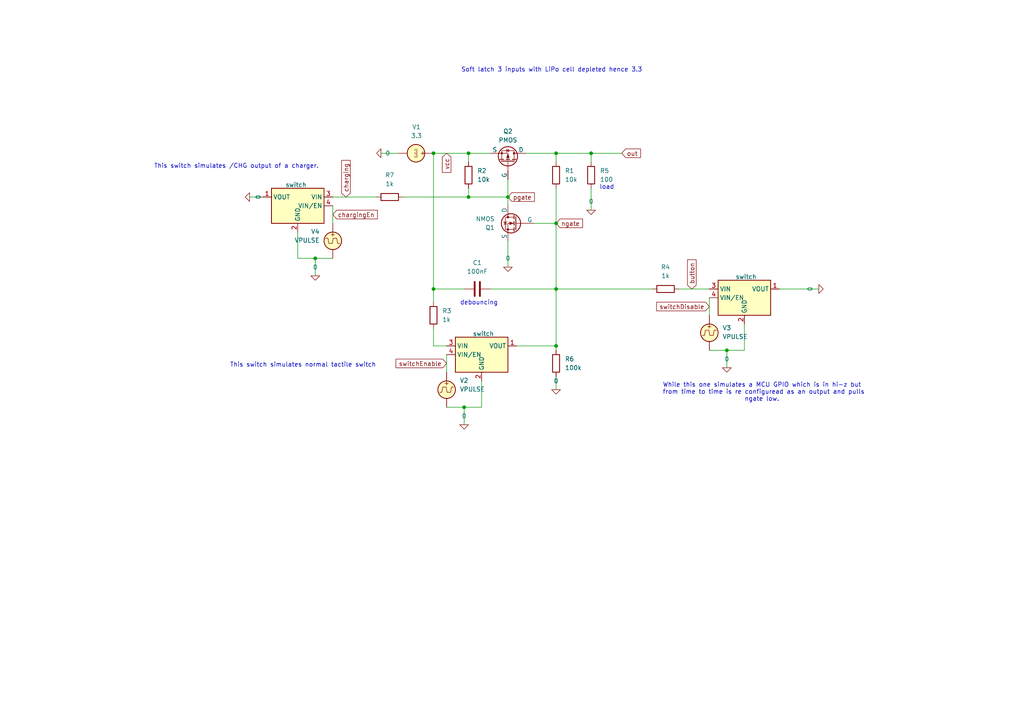
<source format=kicad_sch>
(kicad_sch (version 20230819) (generator eeschema)
  (paper "A4")
  (lib_symbols
    (symbol "Device:C" (pin_numbers hide) (pin_names (offset 0.254))
      (property "Reference" "C" (at 0.635 2.54 0))
      (property "Value" "C" (at 0.635 -2.54 0))
      (symbol "C_0_1"
        (polyline (pts (xy -2.032 -0.762) (xy 2.032 -0.762)) (stroke (width 0.508)))
        (polyline (pts (xy -2.032 0.762) (xy 2.032 0.762)) (stroke (width 0.508)))
      )
      (symbol "C_1_1"
        (pin passive line (at 0 3.81 270) (length 2.794) (name "~") (number "1"))
        (pin passive line (at 0 -3.81 90) (length 2.794) (name "~") (number "2"))
      )
    )
    (symbol "Device:R" (pin_numbers hide) (pin_names (offset 0))
      (property "Reference" "R" (at 2.032 0 90))
      (property "Value" "R" (at 0 0 90))
      (symbol "R_0_1"
        (rectangle (start -1.016 -2.54) (end 1.016 2.54) (stroke (width 0.254)))
      )
      (symbol "R_1_1"
        (pin passive line (at 0 3.81 270) (length 1.27) (name "~") (number "1"))
        (pin passive line (at 0 -3.81 90) (length 1.27) (name "~") (number "2"))
      )
    )
    (symbol "Power_Management:RT9701"
      (property "Reference" "U" (at 0 6.35 0))
      (property "Value" "RT9701" (at 5.08 -6.35 0))
      (symbol "RT9701_0_1"
        (rectangle (start -7.62 5.08) (end 7.62 -5.08) (stroke (width 0.254)) (fill (type background)))
      )
      (symbol "RT9701_1_1"
        (pin power_out line (at 10.16 2.54 180) (length 2.54) (name "VOUT") (number "1"))
        (pin power_in line (at 0 -7.62 90) (length 2.54) (name "GND") (number "2"))
        (pin power_in line (at -10.16 2.54 0) (length 2.54) (name "VIN") (number "3"))
        (pin input line (at -10.16 0 0) (length 2.54) (name "VIN/EN") (number "4"))
        (pin passive line (at 10.16 2.54 180) (length 2.54) hide (name "VOUT") (number "5"))
      )
    )
    (symbol "Simulation_SPICE:0" (power) (pin_names (offset 0))
      (property "Value" "0" (at 0 -1.778 0))
      (symbol "0_0_1"
        (polyline (pts (xy -1.27 0) (xy 0 -1.27) (xy 1.27 0) (xy -1.27 0)))
      )
      (symbol "0_1_1"
        (pin power_in line (at 0 0 0) (length 0) hide (name "0") (number "1"))
      )
    )
    (symbol "Simulation_SPICE:NMOS" (pin_numbers hide) (pin_names (offset 0))
      (property "Reference" "Q" (at 5.08 1.27 0))
      (property "Value" "NMOS" (at 5.08 -1.27 0))
      (symbol "NMOS_0_1"
        (polyline (pts (xy 0.254 0) (xy -2.54 0)))
        (polyline (pts (xy 0.254 1.905) (xy 0.254 -1.905)) (stroke (width 0.254)))
        (polyline (pts (xy 0.762 -1.27) (xy 0.762 -2.286)) (stroke (width 0.254)))
        (polyline (pts (xy 0.762 0.508) (xy 0.762 -0.508)) (stroke (width 0.254)))
        (polyline (pts (xy 0.762 2.286) (xy 0.762 1.27)) (stroke (width 0.254)))
        (polyline (pts (xy 2.54 2.54) (xy 2.54 1.778)))
        (polyline (pts (xy 2.54 -2.54) (xy 2.54 0) (xy 0.762 0)))
        (polyline (pts (xy 0.762 -1.778) (xy 3.302 -1.778) (xy 3.302 1.778) (xy 0.762 1.778)))
        (polyline (pts (xy 1.016 0) (xy 2.032 0.381) (xy 2.032 -0.381) (xy 1.016 0)) (fill (type outline)))
        (polyline (pts (xy 2.794 0.508) (xy 2.921 0.381) (xy 3.683 0.381) (xy 3.81 0.254)))
        (polyline (pts (xy 3.302 0.381) (xy 2.921 -0.254) (xy 3.683 -0.254) (xy 3.302 0.381)))
        (circle (center 1.651 0) (radius 2.794) (stroke (width 0.254)))
        (circle (center 2.54 -1.778) (radius 0.254) (fill (type outline)))
        (circle (center 2.54 1.778) (radius 0.254) (fill (type outline)))
      )
      (symbol "NMOS_1_1"
        (pin passive line (at 2.54 5.08 270) (length 2.54) (name "D") (number "1"))
        (pin input line (at -5.08 0 0) (length 2.54) (name "G") (number "2"))
        (pin passive line (at 2.54 -5.08 90) (length 2.54) (name "S") (number "3"))
      )
    )
    (symbol "Simulation_SPICE:PMOS" (pin_numbers hide) (pin_names (offset 0))
      (property "Reference" "Q" (at 5.08 1.27 0))
      (property "Value" "PMOS" (at 5.08 -1.27 0))
      (symbol "PMOS_0_1"
        (polyline (pts (xy 0.254 0) (xy -2.54 0)))
        (polyline (pts (xy 0.254 1.905) (xy 0.254 -1.905)) (stroke (width 0.254)))
        (polyline (pts (xy 0.762 -1.27) (xy 0.762 -2.286)) (stroke (width 0.254)))
        (polyline (pts (xy 0.762 0.508) (xy 0.762 -0.508)) (stroke (width 0.254)))
        (polyline (pts (xy 0.762 2.286) (xy 0.762 1.27)) (stroke (width 0.254)))
        (polyline (pts (xy 2.54 2.54) (xy 2.54 1.778)))
        (polyline (pts (xy 2.54 -2.54) (xy 2.54 0) (xy 0.762 0)))
        (polyline (pts (xy 0.762 1.778) (xy 3.302 1.778) (xy 3.302 -1.778) (xy 0.762 -1.778)))
        (polyline (pts (xy 2.286 0) (xy 1.27 0.381) (xy 1.27 -0.381) (xy 2.286 0)) (fill (type outline)))
        (polyline (pts (xy 2.794 -0.508) (xy 2.921 -0.381) (xy 3.683 -0.381) (xy 3.81 -0.254)))
        (polyline (pts (xy 3.302 -0.381) (xy 2.921 0.254) (xy 3.683 0.254) (xy 3.302 -0.381)))
        (circle (center 1.651 0) (radius 2.794) (stroke (width 0.254)))
        (circle (center 2.54 -1.778) (radius 0.254) (fill (type outline)))
        (circle (center 2.54 1.778) (radius 0.254) (fill (type outline)))
      )
      (symbol "PMOS_1_1"
        (pin passive line (at 2.54 5.08 270) (length 2.54) (name "D") (number "1"))
        (pin input line (at -5.08 0 0) (length 2.54) (name "G") (number "2"))
        (pin passive line (at 2.54 -5.08 90) (length 2.54) (name "S") (number "3"))
      )
    )
    (symbol "Simulation_SPICE:VDC" (pin_numbers hide) (pin_names (offset 0.0254))
      (property "Reference" "V" (at 2.54 2.54 0))
      (property "Value" "1" (at 2.54 0 0))
      (symbol "VDC_0_0"
        (polyline (pts (xy -1.27 0.254) (xy 1.27 0.254)))
        (polyline (pts (xy -0.762 -0.254) (xy -1.27 -0.254)))
        (polyline (pts (xy 0.254 -0.254) (xy -0.254 -0.254)))
        (polyline (pts (xy 1.27 -0.254) (xy 0.762 -0.254)))
        (text "+" (at 0 1.905 0) (effects (font (size 1.27 1.27))))
      )
      (symbol "VDC_0_1"
        (circle (center 0 0) (radius 2.54) (stroke (width 0.254)) (fill (type background)))
      )
      (symbol "VDC_1_1"
        (pin passive line (at 0 5.08 270) (length 2.54) (name "~") (number "1"))
        (pin passive line (at 0 -5.08 90) (length 2.54) (name "~") (number "2"))
      )
    )
    (symbol "Simulation_SPICE:VPULSE" (pin_numbers hide) (pin_names (offset 0.0254))
      (property "Reference" "V" (at 2.54 2.54 0))
      (property "Value" "VPULSE" (at 2.54 0 0))
      (property "Sim.Params" "y1=0 y2=1 td=2n tr=2n tf=2n tw=50n per=100n" (at 2.54 -2.54 0))
      (symbol "VPULSE_0_0"
        (polyline (pts (xy -2.032 -0.762) (xy -1.397 -0.762) (xy -1.143 0.762) (xy -0.127 0.762) (xy 0.127 -0.762) (xy 1.143 -0.762) (xy 1.397 0.762) (xy 2.032 0.762)))
        (text "+" (at 0 1.905 0) (effects (font (size 1.27 1.27))))
      )
      (symbol "VPULSE_0_1"
        (circle (center 0 0) (radius 2.54) (stroke (width 0.254)) (fill (type background)))
      )
      (symbol "VPULSE_1_1"
        (pin passive line (at 0 5.08 270) (length 2.54) (name "~") (number "1"))
        (pin passive line (at 0 -5.08 90) (length 2.54) (name "~") (number "2"))
      )
    )
  )
  (junction (at 171.45 44.45))
  (junction (at 210.82 101.6))
  (junction (at 125.73 83.82))
  (junction (at 125.73 44.45))
  (junction (at 134.62 118.11))
  (junction (at 135.89 57.15))
  (junction (at 135.89 44.45))
  (junction (at 161.29 64.77))
  (junction (at 91.44 74.93))
  (junction (at 161.29 44.45))
  (junction (at 161.29 83.82))
  (junction (at 147.32 57.15))
  (junction (at 161.29 100.33))
  (wire (pts (xy 161.29 64.77) (xy 161.29 83.82)))
  (wire (pts (xy 86.36 74.93) (xy 86.36 67.31)))
  (wire (pts (xy 135.89 57.15) (xy 147.32 57.15)))
  (wire (pts (xy 125.73 100.33) (xy 129.54 100.33)))
  (wire (pts (xy 135.89 46.99) (xy 135.89 44.45)))
  (wire (pts (xy 96.52 74.93) (xy 91.44 74.93)))
  (wire (pts (xy 125.73 83.82) (xy 134.62 83.82)))
  (wire (pts (xy 134.62 123.19) (xy 134.62 118.11)))
  (wire (pts (xy 161.29 44.45) (xy 171.45 44.45)))
  (wire (pts (xy 129.54 118.11) (xy 134.62 118.11)))
  (wire (pts (xy 125.73 44.45) (xy 125.73 83.82)))
  (wire (pts (xy 171.45 46.99) (xy 171.45 44.45)))
  (wire (pts (xy 171.45 54.61) (xy 171.45 60.96)))
  (wire (pts (xy 96.52 59.69) (xy 96.52 64.77)))
  (wire (pts (xy 161.29 100.33) (xy 149.86 100.33)))
  (wire (pts (xy 205.74 86.36) (xy 205.74 91.44)))
  (wire (pts (xy 196.85 83.82) (xy 205.74 83.82)))
  (wire (pts (xy 161.29 83.82) (xy 189.23 83.82)))
  (wire (pts (xy 147.32 52.07) (xy 147.32 57.15)))
  (wire (pts (xy 161.29 46.99) (xy 161.29 44.45)))
  (wire (pts (xy 147.32 77.47) (xy 147.32 69.85)))
  (wire (pts (xy 142.24 83.82) (xy 161.29 83.82)))
  (wire (pts (xy 237.49 83.82) (xy 226.06 83.82)))
  (wire (pts (xy 161.29 54.61) (xy 161.29 64.77)))
  (wire (pts (xy 154.94 64.77) (xy 161.29 64.77)))
  (wire (pts (xy 152.4 44.45) (xy 161.29 44.45)))
  (wire (pts (xy 161.29 113.03) (xy 161.29 109.22)))
  (wire (pts (xy 110.49 44.45) (xy 115.57 44.45)))
  (wire (pts (xy 91.44 80.01) (xy 91.44 74.93)))
  (wire (pts (xy 205.74 101.6) (xy 210.82 101.6)))
  (wire (pts (xy 135.89 57.15) (xy 135.89 54.61)))
  (wire (pts (xy 210.82 106.68) (xy 210.82 101.6)))
  (wire (pts (xy 96.52 57.15) (xy 109.22 57.15)))
  (wire (pts (xy 139.7 118.11) (xy 139.7 110.49)))
  (wire (pts (xy 134.62 118.11) (xy 139.7 118.11)))
  (wire (pts (xy 161.29 101.6) (xy 161.29 100.33)))
  (wire (pts (xy 125.73 83.82) (xy 125.73 87.63)))
  (wire (pts (xy 161.29 83.82) (xy 161.29 100.33)))
  (wire (pts (xy 210.82 101.6) (xy 215.9 101.6)))
  (wire (pts (xy 116.84 57.15) (xy 135.89 57.15)))
  (wire (pts (xy 147.32 57.15) (xy 147.32 59.69)))
  (wire (pts (xy 125.73 44.45) (xy 135.89 44.45)))
  (wire (pts (xy 91.44 74.93) (xy 86.36 74.93)))
  (wire (pts (xy 72.39 57.15) (xy 76.2 57.15)))
  (wire (pts (xy 135.89 44.45) (xy 142.24 44.45)))
  (wire (pts (xy 171.45 44.45) (xy 180.34 44.45)))
  (wire (pts (xy 215.9 101.6) (xy 215.9 93.98)))
  (wire (pts (xy 125.73 95.25) (xy 125.73 100.33)))
  (wire (pts (xy 129.54 107.95) (xy 129.54 102.87)))
  (text "load" (at 176.022 54.356 0) (effects (font (size 1.27 1.27))))
  (text "debouncing" (at 138.938 87.884 0) (effects (font (size 1.27 1.27))))
  (text "Soft latch 3 inputs with LiPo cell depleted hence 3.3" (at 160.02 20.32 0) (effects (font (size 1.27 1.27))))
  (text "This switch simulates normal tactile switch" (at 87.884 105.918 0) (effects (font (size 1.27 1.27))))
  (text "While this one simulates a MCU GPIO which is in hi-z but \nfrom time to time is re configuread as an output and pulls\nngate low. " (at 221.488 113.792 0) (effects (font (size 1.27 1.27))))
  (text "This switch simulates /CHG output of a charger." (at 68.58 48.26 0) (effects (font (size 1.27 1.27))))
  (global_label "pgate" (shape input) (at 147.32 57.15 0) (property "Intersheetrefs" "${INTERSHEET_REFS}" (effects hide)))
  (global_label "vcc" (shape input) (at 129.54 44.45 270) (property "Intersheetrefs" "${INTERSHEET_REFS}" (effects hide)))
  (global_label "out" (shape input) (at 180.34 44.45 0) (property "Intersheetrefs" "${INTERSHEET_REFS}" (effects hide)))
  (global_label "button" (shape input) (at 200.66 83.82 90) (property "Intersheetrefs" "${INTERSHEET_REFS}" (effects hide)))
  (global_label "chargingEn" (shape input) (at 96.52 62.23 0) (property "Intersheetrefs" "${INTERSHEET_REFS}" (effects hide)))
  (global_label "ngate" (shape input) (at 161.29 64.77 0) (property "Intersheetrefs" "${INTERSHEET_REFS}" (effects hide)))
  (global_label "switchEnable" (shape input) (at 129.54 105.41 180) (property "Intersheetrefs" "${INTERSHEET_REFS}" (effects hide)))
  (global_label "charging" (shape input) (at 100.33 57.15 90) (property "Intersheetrefs" "${INTERSHEET_REFS}" (effects hide)))
  (global_label "switchDisable" (shape input) (at 205.74 88.9 180) (property "Intersheetrefs" "${INTERSHEET_REFS}" (effects hide)))
  (symbol (lib_id "Simulation_SPICE:NMOS") (at 149.86 64.77 0) (mirror y) (unit 1)
    (property "Reference" "Q1" (at 143.51 66.0401 0) (effects (justify left)))
    (property "Value" "NMOS" (at 143.51 63.5001 0) (effects (justify left)))
    (property "Datasheet" "https://ngspice.sourceforge.io/docs/ngspice-manual.pdf" (effects hide))
    (property "Description" "N-MOSFET transistor, drain/source/gate" (effects hide))
    (property "Sim.Device" "NMOS" (effects hide))
    (property "Sim.Type" "VDMOS" (effects hide))
    (property "Sim.Pins" "1=D 2=G 3=S" (effects hide))
  )
  (symbol (lib_id "Device:R") (at 171.45 50.8 0) (unit 1)
    (property "Reference" "R5" (at 173.99 49.5299 0) (effects (justify left)))
    (property "Value" "100" (at 173.99 52.0699 0) (effects (justify left)))
    (property "Description" "Resistor" (effects hide))
  )
  (symbol (lib_id "Simulation_SPICE:0") (at 110.49 44.45 270) (unit 1)
    (property "Reference" "#GND01" (effects hide))
    (property "Value" "0" (at 111.76 44.4499 90) (effects (justify left)))
    (property "Description" "0V reference potential for simulation" (effects hide))
  )
  (symbol (lib_id "Power_Management:RT9701") (at 86.36 59.69 0) (mirror y) (unit 1)
    (property "Reference" "U3" (effects hide))
    (property "Value" "switch" (at 85.852 53.594 0))
    (property "Sim.Device" "SW" (effects hide))
    (property "Sim.Type" "V" (effects hide))
    (property "Sim.Pins" "1=no- 2=ctrl- 3=no+ 4=ctrl+" (effects hide))
    (property "Sim.Params" "thr=1 his=0 ron=1 roff=1e+12 ic=off" (effects hide))
  )
  (symbol (lib_id "Device:R") (at 161.29 50.8 0) (unit 1)
    (property "Reference" "R1" (at 163.83 49.5299 0) (effects (justify left)))
    (property "Value" "10k" (at 163.83 52.0699 0) (effects (justify left)))
    (property "Description" "Resistor" (effects hide))
  )
  (symbol (lib_id "Simulation_SPICE:0") (at 171.45 60.96 0) (unit 1)
    (property "Reference" "#GND05" (effects hide))
    (property "Value" "0" (at 171.45 58.42 0))
    (property "Description" "0V reference potential for simulation" (effects hide))
  )
  (symbol (lib_id "Power_Management:RT9701") (at 215.9 86.36 0) (unit 1)
    (property "Reference" "U2" (effects hide))
    (property "Value" "switch" (at 216.408 80.264 0))
    (property "Sim.Device" "SW" (effects hide))
    (property "Sim.Type" "V" (effects hide))
    (property "Sim.Pins" "1=no- 2=ctrl- 3=no+ 4=ctrl+" (effects hide))
    (property "Sim.Params" "thr=1 his=0 ron=1 roff=1e+12 ic=off" (effects hide))
  )
  (symbol (lib_id "Simulation_SPICE:0") (at 72.39 57.15 270) (mirror x) (unit 1)
    (property "Reference" "#GND09" (effects hide))
    (property "Value" "0" (at 74.93 57.15 0))
    (property "Description" "0V reference potential for simulation" (effects hide))
  )
  (symbol (lib_id "Simulation_SPICE:VDC") (at 120.65 44.45 270) (unit 1)
    (property "Reference" "V1" (at 120.7798 36.83 90))
    (property "Value" "3.3" (at 120.7798 39.37 90))
    (property "Description" "Voltage source, DC" (effects hide))
    (property "Sim.Pins" "1=+ 2=-" (effects hide))
    (property "Sim.Type" "DC" (effects hide))
    (property "Sim.Device" "V" (effects hide))
  )
  (symbol (lib_id "Simulation_SPICE:VPULSE") (at 96.52 69.85 0) (mirror y) (unit 1)
    (property "Reference" "V4" (at 92.71 67.1801 0) (effects (justify left)))
    (property "Value" "VPULSE" (at 92.71 69.7201 0) (effects (justify left)))
    (property "Description" "Voltage source, pulse" (effects hide))
    (property "Sim.Pins" "1=+ 2=-" (effects hide))
    (property "Sim.Type" "PULSE" (effects hide))
    (property "Sim.Device" "V" (effects hide))
    (property "Sim.Params" "y1=0 y2=3.3 td=3s tr=2ms tf=2ms tw=100ms per=4s" (effects hide))
  )
  (symbol (lib_id "Simulation_SPICE:0") (at 134.62 123.19 0) (unit 1)
    (property "Reference" "#GND04" (effects hide))
    (property "Value" "0" (at 134.62 120.65 0))
    (property "Description" "0V reference potential for simulation" (effects hide))
  )
  (symbol (lib_id "Simulation_SPICE:0") (at 210.82 106.68 0) (unit 1)
    (property "Reference" "#GND06" (effects hide))
    (property "Value" "0" (at 210.82 104.14 0))
    (property "Description" "0V reference potential for simulation" (effects hide))
  )
  (symbol (lib_id "Simulation_SPICE:0") (at 147.32 77.47 0) (unit 1)
    (property "Reference" "#GND02" (effects hide))
    (property "Value" "0" (at 147.32 74.93 0))
    (property "Description" "0V reference potential for simulation" (effects hide))
  )
  (symbol (lib_id "Simulation_SPICE:VPULSE") (at 205.74 96.52 0) (unit 1)
    (property "Reference" "V3" (at 209.55 95.1201 0) (effects (justify left)))
    (property "Value" "VPULSE" (at 209.55 97.6601 0) (effects (justify left)))
    (property "Description" "Voltage source, pulse" (effects hide))
    (property "Sim.Pins" "1=+ 2=-" (effects hide))
    (property "Sim.Type" "PULSE" (effects hide))
    (property "Sim.Device" "V" (effects hide))
    (property "Sim.Params" "y1=0 y2=3.3 td=2s tr=2ms tf=2ms tw=100ms per=2s" (effects hide))
  )
  (symbol (lib_id "Device:R") (at 161.29 105.41 0) (unit 1)
    (property "Reference" "R6" (at 163.83 104.1399 0) (effects (justify left)))
    (property "Value" "100k" (at 163.83 106.6799 0) (effects (justify left)))
    (property "Description" "Resistor" (effects hide))
  )
  (symbol (lib_id "Device:R") (at 125.73 91.44 0) (unit 1)
    (property "Reference" "R3" (at 128.27 90.1699 0) (effects (justify left)))
    (property "Value" "1k" (at 128.27 92.7099 0) (effects (justify left)))
    (property "Description" "Resistor" (effects hide))
  )
  (symbol (lib_id "Power_Management:RT9701") (at 139.7 102.87 0) (unit 1)
    (property "Reference" "U1" (effects hide))
    (property "Value" "switch" (at 140.208 96.774 0))
    (property "Sim.Device" "SW" (effects hide))
    (property "Sim.Type" "V" (effects hide))
    (property "Sim.Pins" "1=no- 2=ctrl- 3=no+ 4=ctrl+" (effects hide))
    (property "Sim.Params" "thr=1 his=0 ron=1 roff=1e+12 ic=off" (effects hide))
  )
  (symbol (lib_id "Device:R") (at 193.04 83.82 90) (unit 1)
    (property "Reference" "R4" (at 193.04 77.47 90))
    (property "Value" "1k" (at 193.04 80.01 90))
    (property "Description" "Resistor" (effects hide))
  )
  (symbol (lib_id "Simulation_SPICE:0") (at 161.29 113.03 0) (unit 1)
    (property "Reference" "#GND07" (effects hide))
    (property "Value" "0" (at 161.29 110.49 0))
    (property "Description" "0V reference potential for simulation" (effects hide))
  )
  (symbol (lib_id "Simulation_SPICE:0") (at 237.49 83.82 90) (unit 1)
    (property "Reference" "#GND03" (effects hide))
    (property "Value" "0" (at 234.95 83.82 0))
    (property "Description" "0V reference potential for simulation" (effects hide))
  )
  (symbol (lib_id "Device:R") (at 113.03 57.15 90) (unit 1)
    (property "Reference" "R7" (at 113.03 50.8 90))
    (property "Value" "1k" (at 113.03 53.34 90))
    (property "Description" "Resistor" (effects hide))
  )
  (symbol (lib_id "Simulation_SPICE:0") (at 91.44 80.01 0) (mirror y) (unit 1)
    (property "Reference" "#GND08" (effects hide))
    (property "Value" "0" (at 91.44 77.47 0))
    (property "Description" "0V reference potential for simulation" (effects hide))
  )
  (symbol (lib_id "Device:C") (at 138.43 83.82 90) (unit 1)
    (property "Reference" "C1" (at 138.43 76.2 90))
    (property "Value" "100nF" (at 138.43 78.74 90))
    (property "Description" "Unpolarized capacitor" (effects hide))
  )
  (symbol (lib_id "Device:R") (at 135.89 50.8 0) (unit 1)
    (property "Reference" "R2" (at 138.43 49.5299 0) (effects (justify left)))
    (property "Value" "10k" (at 138.43 52.0699 0) (effects (justify left)))
    (property "Description" "Resistor" (effects hide))
  )
  (symbol (lib_id "Simulation_SPICE:VPULSE") (at 129.54 113.03 0) (unit 1)
    (property "Reference" "V2" (at 133.35 110.3601 0) (effects (justify left)))
    (property "Value" "VPULSE" (at 133.35 112.9001 0) (effects (justify left)))
    (property "Description" "Voltage source, pulse" (effects hide))
    (property "Sim.Pins" "1=+ 2=-" (effects hide))
    (property "Sim.Type" "PULSE" (effects hide))
    (property "Sim.Device" "V" (effects hide))
    (property "Sim.Params" "y1=0 y2=3.3 td=1s tr=2ms tf=2ms tw=100ms per=4s" (effects hide))
  )
  (symbol (lib_id "Simulation_SPICE:PMOS") (at 147.32 46.99 270) (mirror x) (unit 1)
    (property "Reference" "Q2" (at 147.32 38.1 90))
    (property "Value" "PMOS" (at 147.32 40.64 90))
    (property "Datasheet" "https://ngspice.sourceforge.io/docs/ngspice-manual.pdf" (effects hide))
    (property "Description" "P-MOSFET transistor, drain/source/gate" (effects hide))
    (property "Sim.Device" "PMOS" (effects hide))
    (property "Sim.Type" "VDMOS" (effects hide))
    (property "Sim.Pins" "1=D 2=G 3=S" (effects hide))
  )
)
</source>
